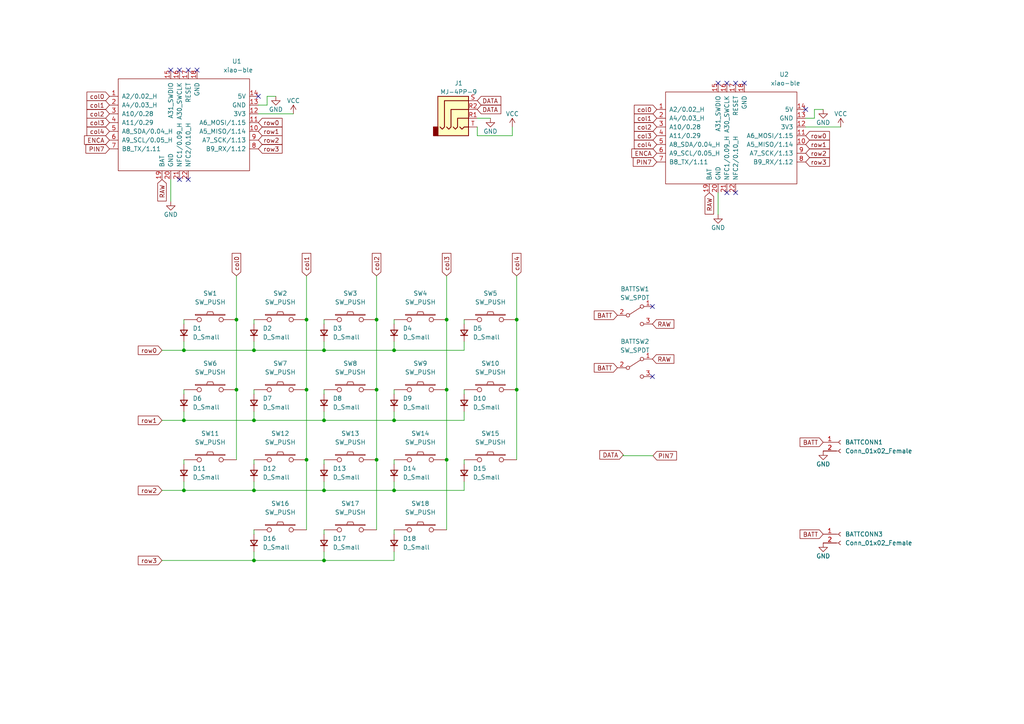
<source format=kicad_sch>
(kicad_sch (version 20230121) (generator eeschema)
  (paper "A4")
  (lib_symbols
    (symbol "Connector:AudioJack4"
      (property "Reference" "J" (at 0 8.89 0))
      (property "Value" "AudioJack4" (at 0 6.35 0))
      (symbol "AudioJack4_0_1"
        (rectangle (start -6.35 -5.08) (end -7.62 -7.62) (stroke (width 0.254)) (fill (type outline)))
        (polyline (pts (xy 0 -5.08) (xy 0.635 -5.715) (xy 1.27 -5.08) (xy 2.54 -5.08)) (stroke (width 0.254)))
        (polyline (pts (xy -5.715 -5.08) (xy -5.08 -5.715) (xy -4.445 -5.08) (xy -4.445 2.54) (xy 2.54 2.54)) (stroke (width 0.254)))
        (polyline (pts (xy -1.905 -5.08) (xy -1.27 -5.715) (xy -0.635 -5.08) (xy -0.635 -2.54) (xy 2.54 -2.54)) (stroke (width 0.254)))
        (polyline (pts (xy 2.54 0) (xy -2.54 0) (xy -2.54 -5.08) (xy -3.175 -5.715) (xy -3.81 -5.08)) (stroke (width 0.254)))
        (rectangle (start 2.54 3.81) (end -6.35 -7.62) (stroke (width 0.254)) (fill (type background)))
      )
      (symbol "AudioJack4_1_1"
        (pin passive line (at 5.08 -2.54 180) (length 2.54) (name "~") (number "R1"))
        (pin passive line (at 5.08 0 180) (length 2.54) (name "~") (number "R2"))
        (pin passive line (at 5.08 2.54 180) (length 2.54) (name "~") (number "S"))
        (pin passive line (at 5.08 -5.08 180) (length 2.54) (name "~") (number "T"))
      )
    )
    (symbol "Connector:Conn_01x02_Female" (pin_names (offset 1.016) hide)
      (property "Reference" "J" (at 0 2.54 0))
      (property "Value" "Conn_01x02_Female" (at 0 -5.08 0))
      (symbol "Conn_01x02_Female_1_1"
        (arc (start 0 -2.032) (mid -0.5058 -2.54) (end 0 -3.048) (stroke (width 0.1524)))
        (polyline (pts (xy -1.27 -2.54) (xy -0.508 -2.54)) (stroke (width 0.1524)))
        (polyline (pts (xy -1.27 0) (xy -0.508 0)) (stroke (width 0.1524)))
        (arc (start 0 0.508) (mid -0.5058 0) (end 0 -0.508) (stroke (width 0.1524)))
        (pin passive line (at -5.08 0 0) (length 3.81) (name "Pin_1") (number "1"))
        (pin passive line (at -5.08 -2.54 0) (length 3.81) (name "Pin_2") (number "2"))
      )
    )
    (symbol "Device:D_Small" (pin_numbers hide) (pin_names (offset 0.254) hide)
      (property "Reference" "D" (at -1.27 2.032 0))
      (property "Value" "D_Small" (at -3.81 -2.032 0))
      (symbol "D_Small_0_1"
        (polyline (pts (xy -0.762 -1.016) (xy -0.762 1.016)) (stroke (width 0.254)))
        (polyline (pts (xy -0.762 0) (xy 0.762 0)))
        (polyline (pts (xy 0.762 -1.016) (xy -0.762 0) (xy 0.762 1.016) (xy 0.762 -1.016)) (stroke (width 0.254)))
      )
      (symbol "D_Small_1_1"
        (pin passive line (at -2.54 0 0) (length 1.778) (name "K") (number "1"))
        (pin passive line (at 2.54 0 180) (length 1.778) (name "A") (number "2"))
      )
    )
    (symbol "Switch:SW_SPDT" (pin_names (offset 0) hide)
      (property "Reference" "SW" (at 0 4.318 0))
      (property "Value" "SW_SPDT" (at 0 -5.08 0))
      (symbol "SW_SPDT_0_0"
        (circle (center -2.032 0) (radius 0.508))
        (circle (center 2.032 -2.54) (radius 0.508))
      )
      (symbol "SW_SPDT_0_1"
        (polyline (pts (xy -1.524 0.254) (xy 1.651 2.286)))
        (circle (center 2.032 2.54) (radius 0.508))
      )
      (symbol "SW_SPDT_1_1"
        (pin passive line (at 5.08 2.54 180) (length 2.54) (name "A") (number "1"))
        (pin passive line (at -5.08 0 0) (length 2.54) (name "B") (number "2"))
        (pin passive line (at 5.08 -2.54 180) (length 2.54) (name "C") (number "3"))
      )
    )
    (symbol "power:GND" (power) (pin_names (offset 0))
      (property "Value" "GND" (at 0 -3.81 0))
      (symbol "GND_0_1"
        (polyline (pts (xy 0 0) (xy 0 -1.27) (xy 1.27 -1.27) (xy 0 -2.54) (xy -1.27 -1.27) (xy 0 -1.27)))
      )
      (symbol "GND_1_1"
        (pin power_in line (at 0 0 270) (length 0) hide (name "GND") (number "1"))
      )
    )
    (symbol "power:VCC" (power) (pin_names (offset 0))
      (property "Value" "VCC" (at 0 3.81 0))
      (symbol "VCC_0_1"
        (polyline (pts (xy -0.762 1.27) (xy 0 2.54)))
        (polyline (pts (xy 0 0) (xy 0 2.54)))
        (polyline (pts (xy 0 2.54) (xy 0.762 1.27)))
      )
      (symbol "VCC_1_1"
        (pin power_in line (at 0 0 90) (length 0) hide (name "VCC") (number "1"))
      )
    )
    (symbol "zzkeeb:MCU_xiao-ble" (pin_names (offset 1.016))
      (property "Reference" "U" (at -17.78 16.51 0))
      (property "Value" "MCU_xiao-ble" (at -15.24 13.97 0))
      (symbol "MCU_xiao-ble_0_1"
        (rectangle (start -19.05 12.7) (end 19.05 -13.97))
      )
      (symbol "MCU_xiao-ble_1_1"
        (pin bidirectional line (at -21.59 7.62 0) (length 2.54) (name "A2/0.02_H") (number "1"))
        (pin bidirectional line (at 21.59 -2.54 180) (length 2.54) (name "A5_MISO/1.14") (number "10"))
        (pin bidirectional line (at 21.59 0 180) (length 2.54) (name "A6_MOSI/1.15") (number "11"))
        (pin power_out line (at 21.59 2.54 180) (length 2.54) (name "3V3") (number "12"))
        (pin power_out line (at 21.59 5.08 180) (length 2.54) (name "GND") (number "13"))
        (pin power_out line (at 21.59 7.62 180) (length 2.54) (name "5V") (number "14"))
        (pin input line (at -3.81 15.24 270) (length 2.54) (name "A31_SWDIO") (number "15"))
        (pin input line (at -1.27 15.24 270) (length 2.54) (name "A30_SWCLK") (number "16"))
        (pin input line (at 1.27 15.24 270) (length 2.54) (name "RESET") (number "17"))
        (pin power_out line (at 3.81 15.24 270) (length 2.54) (name "GND") (number "18"))
        (pin bidirectional line (at -6.35 -16.51 90) (length 2.54) (name "BAT") (number "19"))
        (pin bidirectional line (at -21.59 5.08 0) (length 2.54) (name "A4/0.03_H") (number "2"))
        (pin power_out line (at -3.81 -16.51 90) (length 2.54) (name "GND") (number "20"))
        (pin bidirectional line (at -1.27 -16.51 90) (length 2.54) (name "NFC1/0.09_H") (number "21"))
        (pin bidirectional line (at 1.27 -16.51 90) (length 2.54) (name "NFC2/0.10_H") (number "22"))
        (pin bidirectional line (at -21.59 2.54 0) (length 2.54) (name "A10/0.28") (number "3"))
        (pin bidirectional line (at -21.59 0 0) (length 2.54) (name "A11/0.29") (number "4"))
        (pin bidirectional line (at -21.59 -2.54 0) (length 2.54) (name "A8_SDA/0.04_H") (number "5"))
        (pin bidirectional line (at -21.59 -5.08 0) (length 2.54) (name "A9_SCL/0.05_H") (number "6"))
        (pin bidirectional line (at -21.59 -7.62 0) (length 2.54) (name "B8_TX/1.11") (number "7"))
        (pin bidirectional line (at 21.59 -7.62 180) (length 2.54) (name "B9_RX/1.12") (number "8"))
        (pin bidirectional line (at 21.59 -5.08 180) (length 2.54) (name "A7_SCK/1.13") (number "9"))
      )
    )
    (symbol "zzkeeb:Switch" (pin_numbers hide) (pin_names (offset 1.016) hide)
      (property "Reference" "SW" (at 0 6.35 0))
      (property "Value" "Switch" (at 0 3.81 0))
      (symbol "Switch_0_1"
        (rectangle (start -4.318 1.27) (end 4.318 1.524))
        (polyline (pts (xy -1.016 1.524) (xy -0.762 2.286) (xy 0.762 2.286) (xy 1.016 1.524)))
        (pin passive inverted (at -7.62 0 0) (length 5.08) (name "1") (number "1"))
        (pin passive inverted (at 7.62 0 180) (length 5.08) (name "2") (number "2"))
      )
    )
  )
  (junction (at 129.54 133.35))
  (junction (at 129.54 92.71))
  (junction (at 88.9 133.35))
  (junction (at 53.34 121.92))
  (junction (at 129.54 113.03))
  (junction (at 68.58 92.71))
  (junction (at 93.98 162.56))
  (junction (at 93.98 101.6))
  (junction (at 73.66 121.92))
  (junction (at 149.86 113.03))
  (junction (at 73.66 142.24))
  (junction (at 93.98 121.92))
  (junction (at 149.86 92.71))
  (junction (at 88.9 113.03))
  (junction (at 53.34 142.24))
  (junction (at 114.3 121.92))
  (junction (at 109.22 113.03))
  (junction (at 114.3 101.6))
  (junction (at 109.22 92.71))
  (junction (at 73.66 101.6))
  (junction (at 73.66 162.56))
  (junction (at 93.98 142.24))
  (junction (at 114.3 142.24))
  (junction (at 53.34 101.6))
  (junction (at 88.9 92.71))
  (junction (at 68.58 113.03))
  (junction (at 109.22 133.35))
  (no_connect (at 210.82 24.13))
  (no_connect (at 52.07 20.32))
  (no_connect (at 54.61 52.07))
  (no_connect (at 208.28 24.13))
  (no_connect (at 215.9 24.13))
  (no_connect (at 54.61 20.32))
  (no_connect (at 189.23 109.22))
  (no_connect (at 189.23 88.9))
  (no_connect (at 213.36 24.13))
  (no_connect (at 57.15 20.32))
  (no_connect (at 74.93 27.94))
  (no_connect (at 213.36 55.88))
  (no_connect (at 52.07 52.07))
  (no_connect (at 210.82 55.88))
  (no_connect (at 233.68 31.75))
  (no_connect (at 49.53 20.32))
  (wire (pts (xy 114.3 139.7) (xy 114.3 142.24)))
  (wire (pts (xy 138.43 34.29) (xy 142.24 34.29)))
  (wire (pts (xy 73.66 153.67) (xy 73.66 154.94)))
  (wire (pts (xy 149.86 92.71) (xy 149.86 113.03)))
  (wire (pts (xy 74.93 33.02) (xy 85.09 33.02)))
  (wire (pts (xy 68.58 80.01) (xy 68.58 92.71)))
  (wire (pts (xy 88.9 80.01) (xy 88.9 92.71)))
  (wire (pts (xy 114.3 133.35) (xy 114.3 134.62)))
  (wire (pts (xy 53.34 113.03) (xy 53.34 114.3)))
  (wire (pts (xy 73.66 121.92) (xy 93.98 121.92)))
  (wire (pts (xy 93.98 99.06) (xy 93.98 101.6)))
  (wire (pts (xy 148.59 39.37) (xy 148.59 36.83)))
  (wire (pts (xy 73.66 119.38) (xy 73.66 121.92)))
  (wire (pts (xy 53.34 101.6) (xy 73.66 101.6)))
  (wire (pts (xy 53.34 121.92) (xy 73.66 121.92)))
  (wire (pts (xy 73.66 92.71) (xy 73.66 93.98)))
  (wire (pts (xy 93.98 142.24) (xy 114.3 142.24)))
  (wire (pts (xy 73.66 99.06) (xy 73.66 101.6)))
  (wire (pts (xy 68.58 92.71) (xy 68.58 113.03)))
  (wire (pts (xy 88.9 113.03) (xy 88.9 133.35)))
  (wire (pts (xy 109.22 80.01) (xy 109.22 92.71)))
  (wire (pts (xy 73.66 113.03) (xy 73.66 114.3)))
  (wire (pts (xy 93.98 119.38) (xy 93.98 121.92)))
  (wire (pts (xy 53.34 133.35) (xy 53.34 134.62)))
  (wire (pts (xy 93.98 160.02) (xy 93.98 162.56)))
  (wire (pts (xy 114.3 153.67) (xy 114.3 154.94)))
  (wire (pts (xy 134.62 99.06) (xy 134.62 101.6)))
  (wire (pts (xy 73.66 133.35) (xy 73.66 134.62)))
  (wire (pts (xy 109.22 133.35) (xy 109.22 153.67)))
  (wire (pts (xy 73.66 139.7) (xy 73.66 142.24)))
  (wire (pts (xy 77.47 30.48) (xy 77.47 27.94)))
  (wire (pts (xy 233.68 36.83) (xy 243.84 36.83)))
  (wire (pts (xy 134.62 133.35) (xy 134.62 134.62)))
  (wire (pts (xy 46.99 121.92) (xy 53.34 121.92)))
  (wire (pts (xy 114.3 92.71) (xy 114.3 93.98)))
  (wire (pts (xy 68.58 113.03) (xy 68.58 133.35)))
  (wire (pts (xy 93.98 162.56) (xy 114.3 162.56)))
  (wire (pts (xy 53.34 142.24) (xy 73.66 142.24)))
  (wire (pts (xy 148.59 39.37) (xy 138.43 39.37)))
  (wire (pts (xy 46.99 101.6) (xy 53.34 101.6)))
  (wire (pts (xy 93.98 133.35) (xy 93.98 134.62)))
  (wire (pts (xy 114.3 99.06) (xy 114.3 101.6)))
  (wire (pts (xy 77.47 27.94) (xy 80.01 27.94)))
  (wire (pts (xy 233.68 34.29) (xy 236.22 34.29)))
  (wire (pts (xy 93.98 101.6) (xy 114.3 101.6)))
  (wire (pts (xy 53.34 92.71) (xy 53.34 93.98)))
  (wire (pts (xy 114.3 142.24) (xy 134.62 142.24)))
  (wire (pts (xy 93.98 139.7) (xy 93.98 142.24)))
  (wire (pts (xy 73.66 142.24) (xy 93.98 142.24)))
  (wire (pts (xy 134.62 113.03) (xy 134.62 114.3)))
  (wire (pts (xy 49.53 52.07) (xy 49.53 58.42)))
  (wire (pts (xy 134.62 92.71) (xy 134.62 93.98)))
  (wire (pts (xy 149.86 80.01) (xy 149.86 92.71)))
  (wire (pts (xy 46.99 162.56) (xy 73.66 162.56)))
  (wire (pts (xy 180.7718 132.1816) (xy 189.3824 132.1816)))
  (wire (pts (xy 93.98 121.92) (xy 114.3 121.92)))
  (wire (pts (xy 129.54 113.03) (xy 129.54 133.35)))
  (wire (pts (xy 73.66 160.02) (xy 73.66 162.56)))
  (wire (pts (xy 93.98 113.03) (xy 93.98 114.3)))
  (wire (pts (xy 114.3 119.38) (xy 114.3 121.92)))
  (wire (pts (xy 93.98 92.71) (xy 93.98 93.98)))
  (wire (pts (xy 73.66 162.56) (xy 93.98 162.56)))
  (wire (pts (xy 53.34 139.7) (xy 53.34 142.24)))
  (wire (pts (xy 109.22 113.03) (xy 109.22 133.35)))
  (wire (pts (xy 74.93 30.48) (xy 77.47 30.48)))
  (wire (pts (xy 114.3 160.02) (xy 114.3 162.56)))
  (wire (pts (xy 109.22 92.71) (xy 109.22 113.03)))
  (wire (pts (xy 134.62 119.38) (xy 134.62 121.92)))
  (wire (pts (xy 88.9 133.35) (xy 88.9 153.67)))
  (wire (pts (xy 129.54 133.35) (xy 129.54 153.67)))
  (wire (pts (xy 114.3 101.6) (xy 134.62 101.6)))
  (wire (pts (xy 180.7718 132.1816) (xy 180.7718 131.9276)))
  (wire (pts (xy 236.22 31.75) (xy 238.76 31.75)))
  (wire (pts (xy 88.9 92.71) (xy 88.9 113.03)))
  (wire (pts (xy 138.43 39.37) (xy 138.43 36.83)))
  (wire (pts (xy 114.3 113.03) (xy 114.3 114.3)))
  (wire (pts (xy 208.28 55.88) (xy 208.28 62.23)))
  (wire (pts (xy 129.54 92.71) (xy 129.54 113.03)))
  (wire (pts (xy 129.54 80.01) (xy 129.54 92.71)))
  (wire (pts (xy 53.34 99.06) (xy 53.34 101.6)))
  (wire (pts (xy 93.98 153.67) (xy 93.98 154.94)))
  (wire (pts (xy 134.62 139.7) (xy 134.62 142.24)))
  (wire (pts (xy 73.66 101.6) (xy 93.98 101.6)))
  (wire (pts (xy 180.7718 131.9276) (xy 180.7972 131.9276)))
  (wire (pts (xy 46.99 142.24) (xy 53.34 142.24)))
  (wire (pts (xy 236.22 34.29) (xy 236.22 31.75)))
  (wire (pts (xy 149.86 113.03) (xy 149.86 133.35)))
  (wire (pts (xy 114.3 121.92) (xy 134.62 121.92)))
  (wire (pts (xy 53.34 119.38) (xy 53.34 121.92)))
  (global_label "col2" (shape input) (at 109.22 80.01 90) (property "Intersheetrefs" "${INTERSHEET_REFS}" (effects hide)))
  (global_label "row1" (shape input) (at 74.93 38.1 0) (property "Intersheetrefs" "${INTERSHEET_REFS}" (effects hide)))
  (global_label "row0" (shape input) (at 46.99 101.6 180) (property "Intersheetrefs" "${INTERSHEET_REFS}" (effects hide)))
  (global_label "row3" (shape input) (at 233.68 46.99 0) (property "Intersheetrefs" "${INTERSHEET_REFS}" (effects hide)))
  (global_label "DATA" (shape input) (at 138.43 29.21 0) (property "Intersheetrefs" "${INTERSHEET_REFS}" (effects hide)))
  (global_label "PIN7" (shape input) (at 189.3824 132.1816 0) (property "Intersheetrefs" "${INTERSHEET_REFS}" (effects hide)))
  (global_label "col2" (shape input) (at 31.75 33.02 180) (property "Intersheetrefs" "${INTERSHEET_REFS}" (effects hide)))
  (global_label "ENCA" (shape input) (at 190.5 44.45 180) (property "Intersheetrefs" "${INTERSHEET_REFS}" (effects hide)))
  (global_label "row1" (shape input) (at 233.68 41.91 0) (property "Intersheetrefs" "${INTERSHEET_REFS}" (effects hide)))
  (global_label "BATT" (shape input) (at 238.76 128.27 180) (property "Intersheetrefs" "${INTERSHEET_REFS}" (effects hide)))
  (global_label "col0" (shape input) (at 190.5 31.75 180) (property "Intersheetrefs" "${INTERSHEET_REFS}" (effects hide)))
  (global_label "col1" (shape input) (at 88.9 80.01 90) (property "Intersheetrefs" "${INTERSHEET_REFS}" (effects hide)))
  (global_label "PIN7" (shape input) (at 31.75 43.18 180) (property "Intersheetrefs" "${INTERSHEET_REFS}" (effects hide)))
  (global_label "col0" (shape input) (at 31.75 27.94 180) (property "Intersheetrefs" "${INTERSHEET_REFS}" (effects hide)))
  (global_label "col4" (shape input) (at 149.86 80.01 90) (property "Intersheetrefs" "${INTERSHEET_REFS}" (effects hide)))
  (global_label "RAW" (shape input) (at 189.23 93.98 0) (property "Intersheetrefs" "${INTERSHEET_REFS}" (effects hide)))
  (global_label "ENCA" (shape input) (at 31.75 40.64 180) (property "Intersheetrefs" "${INTERSHEET_REFS}" (effects hide)))
  (global_label "row3" (shape input) (at 74.93 43.18 0) (property "Intersheetrefs" "${INTERSHEET_REFS}" (effects hide)))
  (global_label "RAW" (shape input) (at 205.74 55.88 270) (property "Intersheetrefs" "${INTERSHEET_REFS}" (effects hide)))
  (global_label "row2" (shape input) (at 233.68 44.45 0) (property "Intersheetrefs" "${INTERSHEET_REFS}" (effects hide)))
  (global_label "DATA" (shape input) (at 180.7972 131.9276 180) (property "Intersheetrefs" "${INTERSHEET_REFS}" (effects hide)))
  (global_label "col3" (shape input) (at 129.54 80.01 90) (property "Intersheetrefs" "${INTERSHEET_REFS}" (effects hide)))
  (global_label "col1" (shape input) (at 190.5 34.29 180) (property "Intersheetrefs" "${INTERSHEET_REFS}" (effects hide)))
  (global_label "PIN7" (shape input) (at 190.5 46.99 180) (property "Intersheetrefs" "${INTERSHEET_REFS}" (effects hide)))
  (global_label "col3" (shape input) (at 31.75 35.56 180) (property "Intersheetrefs" "${INTERSHEET_REFS}" (effects hide)))
  (global_label "row2" (shape input) (at 46.99 142.24 180) (property "Intersheetrefs" "${INTERSHEET_REFS}" (effects hide)))
  (global_label "BATT" (shape input) (at 179.07 91.44 180) (property "Intersheetrefs" "${INTERSHEET_REFS}" (effects hide)))
  (global_label "row2" (shape input) (at 74.93 40.64 0) (property "Intersheetrefs" "${INTERSHEET_REFS}" (effects hide)))
  (global_label "row0" (shape input) (at 74.93 35.56 0) (property "Intersheetrefs" "${INTERSHEET_REFS}" (effects hide)))
  (global_label "BATT" (shape input) (at 179.07 106.68 180) (property "Intersheetrefs" "${INTERSHEET_REFS}" (effects hide)))
  (global_label "row3" (shape input) (at 46.99 162.56 180) (property "Intersheetrefs" "${INTERSHEET_REFS}" (effects hide)))
  (global_label "row0" (shape input) (at 233.68 39.37 0) (property "Intersheetrefs" "${INTERSHEET_REFS}" (effects hide)))
  (global_label "col0" (shape input) (at 68.58 80.01 90) (property "Intersheetrefs" "${INTERSHEET_REFS}" (effects hide)))
  (global_label "RAW" (shape input) (at 46.99 52.07 270) (property "Intersheetrefs" "${INTERSHEET_REFS}" (effects hide)))
  (global_label "BATT" (shape input) (at 238.76 154.94 180) (property "Intersheetrefs" "${INTERSHEET_REFS}" (effects hide)))
  (global_label "DATA" (shape input) (at 138.43 31.75 0) (property "Intersheetrefs" "${INTERSHEET_REFS}" (effects hide)))
  (global_label "RAW" (shape input) (at 189.23 104.14 0) (property "Intersheetrefs" "${INTERSHEET_REFS}" (effects hide)))
  (global_label "col1" (shape input) (at 31.75 30.48 180) (property "Intersheetrefs" "${INTERSHEET_REFS}" (effects hide)))
  (global_label "row1" (shape input) (at 46.99 121.92 180) (property "Intersheetrefs" "${INTERSHEET_REFS}" (effects hide)))
  (global_label "col4" (shape input) (at 31.75 38.1 180) (property "Intersheetrefs" "${INTERSHEET_REFS}" (effects hide)))
  (global_label "col4" (shape input) (at 190.5 41.91 180) (property "Intersheetrefs" "${INTERSHEET_REFS}" (effects hide)))
  (global_label "col3" (shape input) (at 190.5 39.37 180) (property "Intersheetrefs" "${INTERSHEET_REFS}" (effects hide)))
  (global_label "col2" (shape input) (at 190.5 36.83 180) (property "Intersheetrefs" "${INTERSHEET_REFS}" (effects hide)))
  (symbol (lib_id "Device:D_Small") (at 134.62 116.84 90) (unit 1)
    (property "Reference" "D10" (at 137.16 115.5699 90) (effects (justify right)))
    (property "Value" "D_Small" (at 137.16 118.1099 90) (effects (justify right)))
    (property "Footprint" "zzkeeb:Diode_1N4148-SOD123-reversible" (effects hide))
  )
  (symbol (lib_id "Device:D_Small") (at 53.34 116.84 90) (unit 1)
    (property "Reference" "D6" (at 55.88 115.5699 90) (effects (justify right)))
    (property "Value" "D_Small" (at 55.88 118.1099 90) (effects (justify right)))
    (property "Footprint" "zzkeeb:Diode_1N4148-SOD123-reversible" (effects hide))
  )
  (symbol (lib_id "Device:D_Small") (at 114.3 137.16 90) (unit 1)
    (property "Reference" "D14" (at 116.84 135.8899 90) (effects (justify right)))
    (property "Value" "D_Small" (at 116.84 138.4299 90) (effects (justify right)))
    (property "Footprint" "zzkeeb:Diode_1N4148-SOD123-reversible" (effects hide))
  )
  (symbol (lib_id "zzkeeb:Switch") (at 101.6 153.67 0) (unit 1)
    (property "Reference" "SW17" (at 101.6 146.05 0))
    (property "Value" "SW_PUSH" (at 101.6 148.59 0))
    (property "Footprint" "zzkeeb:Switch_ChocV1-reversible" (effects hide))
  )
  (symbol (lib_id "power:VCC") (at 85.09 33.02 0) (unit 1)
    (property "Reference" "#PWR0104" (effects hide))
    (property "Value" "VCC" (at 85.09 29.21 0))
  )
  (symbol (lib_id "zzkeeb:Switch") (at 81.28 133.35 0) (unit 1)
    (property "Reference" "SW12" (at 81.28 125.73 0))
    (property "Value" "SW_PUSH" (at 81.28 128.27 0))
    (property "Footprint" "zzkeeb:Switch_ChocV1-reversible" (effects hide))
  )
  (symbol (lib_id "Device:D_Small") (at 53.34 96.52 90) (unit 1)
    (property "Reference" "D1" (at 55.88 95.2499 90) (effects (justify right)))
    (property "Value" "D_Small" (at 55.88 97.7899 90) (effects (justify right)))
    (property "Footprint" "zzkeeb:Diode_1N4148-SOD123-reversible" (effects hide))
  )
  (symbol (lib_id "zzkeeb:Switch") (at 121.92 92.71 0) (unit 1)
    (property "Reference" "SW4" (at 121.92 85.09 0))
    (property "Value" "SW_PUSH" (at 121.92 87.63 0))
    (property "Footprint" "zzkeeb:Switch_ChocV1-reversible" (effects hide))
  )
  (symbol (lib_id "power:VCC") (at 148.59 36.83 0) (unit 1)
    (property "Reference" "#PWR0108" (effects hide))
    (property "Value" "VCC" (at 148.59 33.02 0))
  )
  (symbol (lib_id "zzkeeb:MCU_xiao-ble") (at 212.09 39.37 0) (unit 1)
    (property "Reference" "U2" (at 226.06 21.59 0) (effects (justify left)))
    (property "Value" "xiao-ble" (at 223.52 24.13 0) (effects (justify left)))
    (property "Footprint" "zzkeeb:MCU_xiao-ble-smd" (effects hide))
  )
  (symbol (lib_id "power:GND") (at 238.76 157.48 0) (unit 1)
    (property "Reference" "#PWR0112" (effects hide))
    (property "Value" "GND" (at 238.76 161.29 0))
  )
  (symbol (lib_id "power:GND") (at 80.01 27.94 0) (mirror y) (unit 1)
    (property "Reference" "#PWR0105" (effects hide))
    (property "Value" "GND" (at 80.01 31.75 0))
  )
  (symbol (lib_id "zzkeeb:Switch") (at 101.6 133.35 0) (unit 1)
    (property "Reference" "SW13" (at 101.6 125.73 0))
    (property "Value" "SW_PUSH" (at 101.6 128.27 0))
    (property "Footprint" "zzkeeb:Switch_ChocV1-reversible" (effects hide))
  )
  (symbol (lib_id "Connector:Conn_01x02_Female") (at 243.84 128.27 0) (unit 1)
    (property "Reference" "BATTCONN1" (at 245.11 128.2699 0) (effects (justify left)))
    (property "Value" "Conn_01x02_Female" (at 245.11 130.8099 0) (effects (justify left)))
    (property "Footprint" "zzkeeb:Connector_JST-1x02-2.00mm" (effects hide))
  )
  (symbol (lib_id "Device:D_Small") (at 134.62 96.52 90) (unit 1)
    (property "Reference" "D5" (at 137.16 95.2499 90) (effects (justify right)))
    (property "Value" "D_Small" (at 137.16 97.7899 90) (effects (justify right)))
    (property "Footprint" "zzkeeb:Diode_1N4148-SOD123-reversible" (effects hide))
  )
  (symbol (lib_id "power:GND") (at 208.28 62.23 0) (mirror y) (unit 1)
    (property "Reference" "#PWR0120" (effects hide))
    (property "Value" "GND" (at 208.28 66.04 0))
  )
  (symbol (lib_id "zzkeeb:Switch") (at 81.28 92.71 0) (unit 1)
    (property "Reference" "SW2" (at 81.28 85.09 0))
    (property "Value" "SW_PUSH" (at 81.28 87.63 0))
    (property "Footprint" "zzkeeb:Switch_ChocV1-reversible" (effects hide))
  )
  (symbol (lib_id "zzkeeb:Switch") (at 142.24 133.35 0) (unit 1)
    (property "Reference" "SW15" (at 142.24 125.73 0))
    (property "Value" "SW_PUSH" (at 142.24 128.27 0))
    (property "Footprint" "zzkeeb:Switch_ChocV1-reversible" (effects hide))
  )
  (symbol (lib_id "Device:D_Small") (at 114.3 96.52 90) (unit 1)
    (property "Reference" "D4" (at 116.84 95.2499 90) (effects (justify right)))
    (property "Value" "D_Small" (at 116.84 97.7899 90) (effects (justify right)))
    (property "Footprint" "zzkeeb:Diode_1N4148-SOD123-reversible" (effects hide))
  )
  (symbol (lib_id "power:GND") (at 238.76 130.81 0) (unit 1)
    (property "Reference" "#PWR0110" (effects hide))
    (property "Value" "GND" (at 238.76 134.62 0))
  )
  (symbol (lib_id "Device:D_Small") (at 73.66 157.48 90) (unit 1)
    (property "Reference" "D16" (at 76.2 156.2099 90) (effects (justify right)))
    (property "Value" "D_Small" (at 76.2 158.7499 90) (effects (justify right)))
    (property "Footprint" "zzkeeb:Diode_1N4148-SOD123-reversible" (effects hide))
  )
  (symbol (lib_id "Device:D_Small") (at 93.98 157.48 90) (unit 1)
    (property "Reference" "D17" (at 96.52 156.2099 90) (effects (justify right)))
    (property "Value" "D_Small" (at 96.52 158.7499 90) (effects (justify right)))
    (property "Footprint" "zzkeeb:Diode_1N4148-SOD123-reversible" (effects hide))
  )
  (symbol (lib_id "Device:D_Small") (at 73.66 116.84 90) (unit 1)
    (property "Reference" "D7" (at 76.2 115.5699 90) (effects (justify right)))
    (property "Value" "D_Small" (at 76.2 118.1099 90) (effects (justify right)))
    (property "Footprint" "zzkeeb:Diode_1N4148-SOD123-reversible" (effects hide))
  )
  (symbol (lib_id "zzkeeb:Switch") (at 60.96 113.03 0) (unit 1)
    (property "Reference" "SW6" (at 60.96 105.41 0))
    (property "Value" "SW_PUSH" (at 60.96 107.95 0))
    (property "Footprint" "zzkeeb:Switch_ChocV1-reversible" (effects hide))
  )
  (symbol (lib_id "zzkeeb:Switch") (at 121.92 133.35 0) (unit 1)
    (property "Reference" "SW14" (at 121.92 125.73 0))
    (property "Value" "SW_PUSH" (at 121.92 128.27 0))
    (property "Footprint" "zzkeeb:Switch_ChocV1-reversible" (effects hide))
  )
  (symbol (lib_id "Device:D_Small") (at 134.62 137.16 90) (unit 1)
    (property "Reference" "D15" (at 137.16 135.8899 90) (effects (justify right)))
    (property "Value" "D_Small" (at 137.16 138.4299 90) (effects (justify right)))
    (property "Footprint" "zzkeeb:Diode_1N4148-SOD123-reversible" (effects hide))
  )
  (symbol (lib_id "power:GND") (at 238.76 31.75 0) (mirror y) (unit 1)
    (property "Reference" "#PWR0116" (effects hide))
    (property "Value" "GND" (at 238.76 35.56 0))
  )
  (symbol (lib_id "Device:D_Small") (at 93.98 96.52 90) (unit 1)
    (property "Reference" "D3" (at 96.52 95.2499 90) (effects (justify right)))
    (property "Value" "D_Small" (at 96.52 97.7899 90) (effects (justify right)))
    (property "Footprint" "zzkeeb:Diode_1N4148-SOD123-reversible" (effects hide))
  )
  (symbol (lib_id "zzkeeb:Switch") (at 142.24 92.71 0) (unit 1)
    (property "Reference" "SW5" (at 142.24 85.09 0))
    (property "Value" "SW_PUSH" (at 142.24 87.63 0))
    (property "Footprint" "zzkeeb:Switch_ChocV1-reversible" (effects hide))
  )
  (symbol (lib_id "power:VCC") (at 243.84 36.83 0) (unit 1)
    (property "Reference" "#PWR0115" (effects hide))
    (property "Value" "VCC" (at 243.84 33.02 0))
  )
  (symbol (lib_id "Device:D_Small") (at 93.98 137.16 90) (unit 1)
    (property "Reference" "D13" (at 96.52 135.8899 90) (effects (justify right)))
    (property "Value" "D_Small" (at 96.52 138.4299 90) (effects (justify right)))
    (property "Footprint" "zzkeeb:Diode_1N4148-SOD123-reversible" (effects hide))
  )
  (symbol (lib_id "zzkeeb:Switch") (at 101.6 92.71 0) (unit 1)
    (property "Reference" "SW3" (at 101.6 85.09 0))
    (property "Value" "SW_PUSH" (at 101.6 87.63 0))
    (property "Footprint" "zzkeeb:Switch_ChocV1-reversible" (effects hide))
  )
  (symbol (lib_id "power:GND") (at 49.53 58.42 0) (mirror y) (unit 1)
    (property "Reference" "#PWR0101" (effects hide))
    (property "Value" "GND" (at 49.53 62.23 0))
  )
  (symbol (lib_id "Connector:Conn_01x02_Female") (at 243.84 154.94 0) (unit 1)
    (property "Reference" "BATTCONN3" (at 245.11 154.9399 0) (effects (justify left)))
    (property "Value" "Conn_01x02_Female" (at 245.11 157.4799 0) (effects (justify left)))
    (property "Footprint" "zzkeeb:Connector_JST-1x02-2.00mm" (effects hide))
  )
  (symbol (lib_id "zzkeeb:Switch") (at 142.24 113.03 0) (unit 1)
    (property "Reference" "SW10" (at 142.24 105.41 0))
    (property "Value" "SW_PUSH" (at 142.24 107.95 0))
    (property "Footprint" "zzkeeb:Switch_ChocV1-reversible" (effects hide))
  )
  (symbol (lib_id "Device:D_Small") (at 73.66 96.52 90) (unit 1)
    (property "Reference" "D2" (at 76.2 95.2499 90) (effects (justify right)))
    (property "Value" "D_Small" (at 76.2 97.7899 90) (effects (justify right)))
    (property "Footprint" "zzkeeb:Diode_1N4148-SOD123-reversible" (effects hide))
  )
  (symbol (lib_id "zzkeeb:Switch") (at 101.6 113.03 0) (unit 1)
    (property "Reference" "SW8" (at 101.6 105.41 0))
    (property "Value" "SW_PUSH" (at 101.6 107.95 0))
    (property "Footprint" "zzkeeb:Switch_ChocV1-reversible" (effects hide))
  )
  (symbol (lib_id "Connector:AudioJack4") (at 133.35 31.75 0) (unit 1)
    (property "Reference" "J1" (at 133.0325 24.13 0))
    (property "Value" "MJ-4PP-9" (at 133.0325 26.67 0))
    (property "Footprint" "zzkeeb:Connector_TRRS-reversible" (effects hide))
  )
  (symbol (lib_id "power:GND") (at 142.24 34.29 0) (mirror y) (unit 1)
    (property "Reference" "#PWR0109" (effects hide))
    (property "Value" "GND" (at 142.24 38.1 0))
  )
  (symbol (lib_id "zzkeeb:MCU_xiao-ble") (at 53.34 35.56 0) (unit 1)
    (property "Reference" "U1" (at 67.31 17.78 0) (effects (justify left)))
    (property "Value" "xiao-ble" (at 64.77 20.32 0) (effects (justify left)))
    (property "Footprint" "zzkeeb:MCU_xiao-ble-smd" (effects hide))
  )
  (symbol (lib_id "zzkeeb:Switch") (at 81.28 153.67 0) (unit 1)
    (property "Reference" "SW16" (at 81.28 146.05 0))
    (property "Value" "SW_PUSH" (at 81.28 148.59 0))
    (property "Footprint" "zzkeeb:Switch_ChocV1-reversible" (effects hide))
  )
  (symbol (lib_id "Switch:SW_SPDT") (at 184.15 106.68 0) (unit 1)
    (property "Reference" "BATTSW2" (at 184.15 99.06 0))
    (property "Value" "SW_SPDT" (at 184.15 101.6 0))
    (property "Footprint" "zzkeeb:Switch_SPDT-PCM12" (effects hide))
  )
  (symbol (lib_id "Device:D_Small") (at 73.66 137.16 90) (unit 1)
    (property "Reference" "D12" (at 76.2 135.8899 90) (effects (justify right)))
    (property "Value" "D_Small" (at 76.2 138.4299 90) (effects (justify right)))
    (property "Footprint" "zzkeeb:Diode_1N4148-SOD123-reversible" (effects hide))
  )
  (symbol (lib_id "zzkeeb:Switch") (at 60.96 133.35 0) (unit 1)
    (property "Reference" "SW11" (at 60.96 125.73 0))
    (property "Value" "SW_PUSH" (at 60.96 128.27 0))
    (property "Footprint" "zzkeeb:Switch_ChocV1-reversible" (effects hide))
  )
  (symbol (lib_id "Device:D_Small") (at 53.34 137.16 90) (unit 1)
    (property "Reference" "D11" (at 55.88 135.8899 90) (effects (justify right)))
    (property "Value" "D_Small" (at 55.88 138.4299 90) (effects (justify right)))
    (property "Footprint" "zzkeeb:Diode_1N4148-SOD123-reversible" (effects hide))
  )
  (symbol (lib_id "zzkeeb:Switch") (at 121.92 113.03 0) (unit 1)
    (property "Reference" "SW9" (at 121.92 105.41 0))
    (property "Value" "SW_PUSH" (at 121.92 107.95 0))
    (property "Footprint" "zzkeeb:Switch_ChocV1-reversible" (effects hide))
  )
  (symbol (lib_id "zzkeeb:Switch") (at 60.96 92.71 0) (unit 1)
    (property "Reference" "SW1" (at 60.96 85.09 0))
    (property "Value" "SW_PUSH" (at 60.96 87.63 0))
    (property "Footprint" "zzkeeb:Switch_ChocV1-reversible" (effects hide))
  )
  (symbol (lib_id "zzkeeb:Switch") (at 121.92 153.67 0) (unit 1)
    (property "Reference" "SW18" (at 121.92 146.05 0))
    (property "Value" "SW_PUSH" (at 121.92 148.59 0))
    (property "Footprint" "zzkeeb:Switch_ChocV1-reversible" (effects hide))
  )
  (symbol (lib_id "Device:D_Small") (at 93.98 116.84 90) (unit 1)
    (property "Reference" "D8" (at 96.52 115.5699 90) (effects (justify right)))
    (property "Value" "D_Small" (at 96.52 118.1099 90) (effects (justify right)))
    (property "Footprint" "zzkeeb:Diode_1N4148-SOD123-reversible" (effects hide))
  )
  (symbol (lib_id "Device:D_Small") (at 114.3 157.48 90) (unit 1)
    (property "Reference" "D18" (at 116.84 156.2099 90) (effects (justify right)))
    (property "Value" "D_Small" (at 116.84 158.7499 90) (effects (justify right)))
    (property "Footprint" "zzkeeb:Diode_1N4148-SOD123-reversible" (effects hide))
  )
  (symbol (lib_id "zzkeeb:Switch") (at 81.28 113.03 0) (unit 1)
    (property "Reference" "SW7" (at 81.28 105.41 0))
    (property "Value" "SW_PUSH" (at 81.28 107.95 0))
    (property "Footprint" "zzkeeb:Switch_ChocV1-reversible" (effects hide))
  )
  (symbol (lib_id "Switch:SW_SPDT") (at 184.15 91.44 0) (unit 1)
    (property "Reference" "BATTSW1" (at 184.15 83.82 0))
    (property "Value" "SW_SPDT" (at 184.15 86.36 0))
    (property "Footprint" "zzkeeb:Switch_SPDT-PCM12" (effects hide))
  )
  (symbol (lib_id "Device:D_Small") (at 114.3 116.84 90) (unit 1)
    (property "Reference" "D9" (at 116.84 115.5699 90) (effects (justify right)))
    (property "Value" "D_Small" (at 116.84 118.1099 90) (effects (justify right)))
    (property "Footprint" "zzkeeb:Diode_1N4148-SOD123-reversible" (effects hide))
  )
)
</source>
